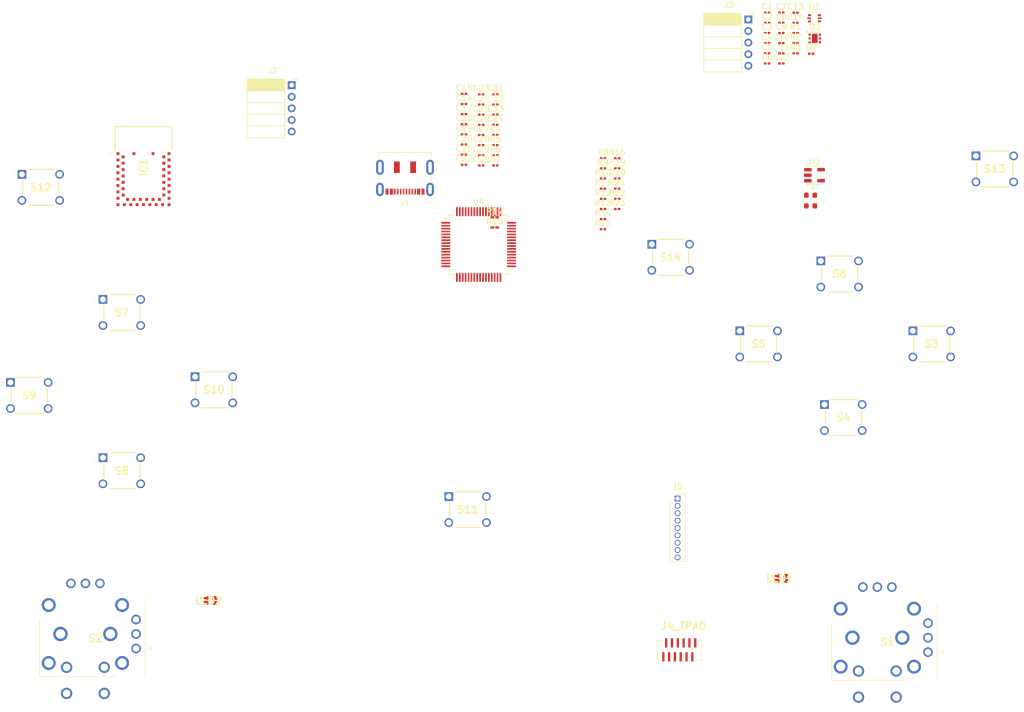
<source format=kicad_pcb>
(kicad_pcb (version 20241229) (generator "pcbnew") (generator_version "9.0")
  (title_block (title "STM32F401RE Gaming Controller") (rev "1") (company "Tenma"))
  (layers (0 "F.Cu" signal) (2 "B.Cu" signal) (13 "F.Paste" user) (15 "B.Paste" user) (5 "F.SilkS" user "F.Silkscreen") (7 "B.SilkS" user "B.Silkscreen") (1 "F.Mask" user) (3 "B.Mask" user) (25 "Edge.Cuts" user))
  (net 0 "")
  (net 1 "GND")
  (net 2 "/5V_VBUS")
  (net 3 "Net-(U3-BYP)")
  (net 4 "+3V3")
  (net 5 "/NRST")
  (net 6 "Net-(U4-VCAP1)")
  (net 7 "/Thumb_R.Y")
  (net 8 "/Thumb_R.X")
  (net 9 "/Thumb_L.Y")
  (net 10 "/Thumb_L.X")
  (net 11 "Net-(C19-Pad1)")
  (net 12 "Net-(C20-Pad1)")
  (net 13 "Net-(C21-Pad1)")
  (net 14 "Net-(C22-Pad1)")
  (net 15 "Net-(C23-Pad1)")
  (net 16 "Net-(C24-Pad1)")
  (net 17 "Net-(C25-Pad1)")
  (net 18 "Net-(C26-Pad1)")
  (net 19 "Net-(C27-Pad1)")
  (net 20 "Net-(C28-Pad1)")
  (net 21 "Net-(C29-Pad1)")
  (net 22 "Net-(J5-Pin_7)")
  (net 23 "Net-(J5-Pin_8)")
  (net 24 "Net-(J5-Pin_6)")
  (net 25 "Net-(D1-A)")
  (net 37 "/BLE_SWD.SWCLK")
  (net 43 "/BLE_SWD.SWDIO")
  (net 53 "/BLE_SWD.NRST")
  (net 61 "Net-(J1-CC2)")
  (net 63 "Net-(J1-D--PadA7)")
  (net 64 "Net-(J1-CC1)")
  (net 65 "Net-(J1-D+-PadA6)")
  (net 67 "/SWD.SWDIO")
  (net 68 "/SWD.SWCLK")
  (net 70 "/TPad.MOSI")
  (net 71 "/TPad.BTN2")
  (net 72 "/TPad.BTN3")
  (net 73 "/TPad.DR")
  (net 74 "/TPad.MISO")
  (net 76 "/TPad.SS")
  (net 77 "/TPad.BTN1")
  (net 78 "/TPad.SCK")
  (net 80 "/LCD.SDA")
  (net 81 "Net-(J5-Pin_1)")
  (net 82 "/LCD.SCL")
  (net 83 "Net-(LED1-K_GREEN)")
  (net 84 "Net-(LED1-K_BLUE)")
  (net 85 "Net-(LED1-K_RED)")
  (net 86 "Net-(LED2-K_RED)")
  (net 87 "Net-(LED2-K_GREEN)")
  (net 88 "Net-(LED2-K_BLUE)")
  (net 89 "/RGB_A.Blue")
  (net 90 "/Thumb_SW_R")
  (net 91 "/Thumb_SW_L")
  (net 92 "/BTN.A")
  (net 93 "/BTN.B")
  (net 94 "/BTN.X")
  (net 95 "/BTN.Y")
  (net 96 "/DPAD.N")
  (net 97 "/DPAD.S")
  (net 98 "/DPAD.W")
  (net 99 "/DPAD.E")
  (net 100 "/BTN.PS")
  (net 101 "/BTN.L1")
  (net 102 "/BTN.R1")
  (net 103 "/RGB_A.Green")
  (net 104 "/RGB_A.Red")
  (net 105 "/RGB_B.Blue")
  (net 106 "/RGB_B.Green")
  (net 107 "/RGB_B.Red")
  (net 144 "/USB.D_N")
  (net 145 "/USB.D_P")
  (net 158 "/OSC")
  (footprint "TactSwitch:DTS63NV" (layer "F.Cu") (at 50.8 50.11)
    (property "Reference" "S12" (at 3.25 2.25 0) (layer "F.SilkS") (effects (font (size 1.27 1.27) (thickness 0.254))))
    (property "Value" "DTS-63N-V" (hide yes))
    (pad "1" thru_hole rect (at 0 0) (size 1.5 1.5) (drill 1) (layers "*.Cu" "*.Mask") (net 4 "+3V3"))
    (pad "2" thru_hole circle (at 6.5 0) (size 1.5 1.5) (drill 1) (layers "*.Cu" "*.Mask"))
    (pad "3" thru_hole circle (at 0 4.5) (size 1.5 1.5) (drill 1) (layers "*.Cu" "*.Mask") (net 101 "/BTN.L1"))
    (pad "4" thru_hole circle (at 6.5 4.5) (size 1.5 1.5) (drill 1) (layers "*.Cu" "*.Mask"))
  )
  (footprint "RGB_LED:INS66TBTRGB" (layer "F.Cu") (at 83.3 123.615)
    (property "Reference" "LED2" (at -0.275 0 0) (layer "F.SilkS") (effects (font (size 1.27 1.27) (thickness 0.254))))
    (property "Value" "IN-S66TBTRGB" (hide yes))
    (pad "1" smd rect (at -0.75 -0.425 90) (size 0.65 0.8) (layers "F.Cu" "F.Mask" "F.Paste") (net 4 "+3V3"))
    (pad "2" smd rect (at 0.75 -0.425 90) (size 0.65 0.8) (layers "F.Cu" "F.Mask" "F.Paste") (net 86 "Net-(LED2-K_RED)"))
    (pad "3" smd rect (at -0.75 0.425 90) (size 0.65 0.8) (layers "F.Cu" "F.Mask" "F.Paste") (net 88 "Net-(LED2-K_BLUE)"))
    (pad "4" smd rect (at 0.75 0.425 90) (size 0.65 0.8) (layers "F.Cu" "F.Mask" "F.Paste") (net 87 "Net-(LED2-K_GREEN)"))
  )
  (footprint "Resistor_SMD:R_0201_0603Metric" (layer "F.Cu") (at 150.975 56.09)
    (property "Reference" "R13" (at 0 -1.05 0) (layer "F.SilkS"))
    (property "Value" "56k")
    (pad "1" smd roundrect (at -0.32 0) (size 0.46 0.4) (layers "F.Cu" "F.Mask") (net 98 "/DPAD.W"))
    (pad "2" smd roundrect (at 0.32 0) (size 0.46 0.4) (layers "F.Cu" "F.Mask") (net 17 "Net-(C25-Pad1)"))
  )
  (footprint "Capacitor_SMD:C_0201_0603Metric" (layer "F.Cu") (at 129.975 38.085)
    (property "Reference" "C24" (at 0 -1.05 0) (layer "F.SilkS"))
    (property "Value" "100n")
    (pad "1" smd roundrect (at -0.32 0) (size 0.46 0.4) (layers "F.Cu" "F.Mask") (net 16 "Net-(C24-Pad1)"))
    (pad "2" smd roundrect (at 0.32 0) (size 0.46 0.4) (layers "F.Cu" "F.Mask") (net 1 "GND"))
  )
  (footprint "TactSwitch:DTS63NV" (layer "F.Cu") (at 159.385 62.175)
    (property "Reference" "S14" (at 3.25 2.25 0) (layer "F.SilkS") (effects (font (size 1.27 1.27) (thickness 0.254))))
    (property "Value" "DTS-63N-V" (hide yes))
    (pad "1" thru_hole rect (at 0 0) (size 1.5 1.5) (drill 1) (layers "*.Cu" "*.Mask") (net 5 "/NRST"))
    (pad "2" thru_hole circle (at 6.5 0) (size 1.5 1.5) (drill 1) (layers "*.Cu" "*.Mask"))
    (pad "3" thru_hole circle (at 0 4.5) (size 1.5 1.5) (drill 1) (layers "*.Cu" "*.Mask") (net 1 "GND"))
    (pad "4" thru_hole circle (at 6.5 4.5) (size 1.5 1.5) (drill 1) (layers "*.Cu" "*.Mask"))
  )
  (footprint "Connector_PinSocket_2.00mm:PinSocket_1x05_P2.00mm_Horizontal" (layer "F.Cu") (at 176.025 23.39)
    (property "Reference" "J3" (at -3.31 -2.5 0) (layer "F.SilkS"))
    (property "Value" "Conn_01x05_Socket")
    (pad "1" thru_hole rect (at 0 0) (size 1.35 1.35) (drill 0.8) (layers "*.Cu" "*.Mask") (net 4 "+3V3"))
    (pad "2" thru_hole circle (at 0 2) (size 1.35 1.35) (drill 0.8) (layers "*.Cu" "*.Mask") (net 53 "/BLE_SWD.NRST"))
    (pad "3" thru_hole circle (at 0 4) (size 1.35 1.35) (drill 0.8) (layers "*.Cu" "*.Mask") (net 43 "/BLE_SWD.SWDIO"))
    (pad "4" thru_hole circle (at 0 6) (size 1.35 1.35) (drill 0.8) (layers "*.Cu" "*.Mask") (net 37 "/BLE_SWD.SWCLK"))
    (pad "5" thru_hole circle (at 0 8) (size 1.35 1.35) (drill 0.8) (layers "*.Cu" "*.Mask") (net 1 "GND"))
  )
  (footprint "Package_SON:WSON-6-1EP_2x2mm_P0.65mm_EP1x1.6mm" (layer "F.Cu") (at 187.48 26.665)
    (property "Reference" "U2" (at 0 -1.95 0) (layer "F.SilkS"))
    (property "Value" "TVS0500DRV")
    (pad "1" smd roundrect (at -0.8875 -0.65) (size 0.375 0.4) (layers "F.Cu" "F.Mask" "F.Paste") (net 1 "GND"))
    (pad "2" smd roundrect (at -0.8875 0) (size 0.375 0.4) (layers "F.Cu" "F.Mask" "F.Paste") (net 1 "GND"))
    (pad "3" smd roundrect (at -0.8875 0.65) (size 0.375 0.4) (layers "F.Cu" "F.Mask" "F.Paste") (net 1 "GND"))
    (pad "4" smd roundrect (at 0.8875 0.65) (size 0.375 0.4) (layers "F.Cu" "F.Mask" "F.Paste") (net 2 "/5V_VBUS"))
    (pad "5" smd roundrect (at 0.8875 0) (size 0.375 0.4) (layers "F.Cu" "F.Mask" "F.Paste") (net 2 "/5V_VBUS"))
    (pad "6" smd roundrect (at 0.8875 -0.65) (size 0.375 0.4) (layers "F.Cu" "F.Mask" "F.Paste") (net 2 "/5V_VBUS"))
    (pad "7" smd rect (at 0 0) (size 1 1.6) (property pad_prop_heatsink) (layers "F.Cu" "F.Mask") (net 1 "GND"))
  )
  (footprint "Capacitor_SMD:C_0201_0603Metric" (layer "F.Cu") (at 184.175 22.24)
    (property "Reference" "C13" (at 0 -1.05 0) (layer "F.SilkS"))
    (property "Value" "1uC")
    (pad "1" smd roundrect (at -0.32 0) (size 0.46 0.4) (layers "F.Cu" "F.Mask") (net 6 "Net-(U4-VCAP1)"))
    (pad "2" smd roundrect (at 0.32 0) (size 0.46 0.4) (layers "F.Cu" "F.Mask") (net 1 "GND"))
  )
  (footprint "TactSwitch:DTS63NV" (layer "F.Cu") (at 64.77 71.7)
    (property "Reference" "S7" (at 3.25 2.25 0) (layer "F.SilkS") (effects (font (size 1.27 1.27) (thickness 0.254))))
    (property "Value" "DTS-63N-V" (hide yes))
    (pad "1" thru_hole rect (at 0 0) (size 1.5 1.5) (drill 1) (layers "*.Cu" "*.Mask") (net 4 "+3V3"))
    (pad "2" thru_hole circle (at 6.5 0) (size 1.5 1.5) (drill 1) (layers "*.Cu" "*.Mask"))
    (pad "3" thru_hole circle (at 0 4.5) (size 1.5 1.5) (drill 1) (layers "*.Cu" "*.Mask") (net 96 "/DPAD.N"))
    (pad "4" thru_hole circle (at 6.5 4.5) (size 1.5 1.5) (drill 1) (layers "*.Cu" "*.Mask"))
  )
  (footprint "Capacitor_SMD:C_0201_0603Metric" (layer "F.Cu") (at 127.015 37.975)
    (property "Reference" "C16" (at 0 -1.05 0) (layer "F.SilkS"))
    (property "Value" "100n")
    (pad "1" smd roundrect (at -0.32 0) (size 0.46 0.4) (layers "F.Cu" "F.Mask") (net 8 "/Thumb_R.X"))
    (pad "2" smd roundrect (at 0.32 0) (size 0.46 0.4) (layers "F.Cu" "F.Mask") (net 1 "GND"))
  )
  (footprint "Resistor_SMD:R_0201_0603Metric_Pad0.64x0.40mm_HandSolder" (layer "F.Cu") (at 132.305 57.535)
    (property "Reference" "R17" (at 0 -1.05 0) (layer "F.SilkS"))
    (property "Value" "56k")
    (pad "1" smd roundrect (at -0.4075 0) (size 0.635 0.4) (layers "F.Cu" "F.Mask") (net 102 "/BTN.R1"))
    (pad "2" smd roundrect (at 0.4075 0) (size 0.635 0.4) (layers "F.Cu" "F.Mask") (net 21 "Net-(C29-Pad1)"))
  )
  (footprint "Capacitor_SMD:C_0201_0603Metric" (layer "F.Cu") (at 127.015 41.475)
    (property "Reference" "C18" (at 0 -1.05 0) (layer "F.SilkS"))
    (property "Value" "100n")
    (pad "1" smd roundrect (at -0.32 0) (size 0.46 0.4) (layers "F.Cu" "F.Mask") (net 10 "/Thumb_L.X"))
    (pad "2" smd roundrect (at 0.32 0) (size 0.46 0.4) (layers "F.Cu" "F.Mask") (net 1 "GND"))
  )
  (footprint "Capacitor_SMD:C_0201_0603Metric" (layer "F.Cu") (at 127.015 44.975)
    (property "Reference" "C20" (at 0 -1.05 0) (layer "F.SilkS"))
    (property "Value" "100n")
    (pad "1" smd roundrect (at -0.32 0) (size 0.46 0.4) (layers "F.Cu" "F.Mask") (net 12 "Net-(C20-Pad1)"))
    (pad "2" smd roundrect (at 0.32 0) (size 0.46 0.4) (layers "F.Cu" "F.Mask") (net 1 "GND"))
  )
  (footprint "Connector_PinSocket_2.00mm:PinSocket_1x05_P2.00mm_Horizontal" (layer "F.Cu") (at 97.305 34.735)
    (property "Reference" "J2" (at -3.31 -2.5 0) (layer "F.SilkS"))
    (property "Value" "Conn_01x05_Socket")
    (pad "1" thru_hole rect (at 0 0) (size 1.35 1.35) (drill 0.8) (layers "*.Cu" "*.Mask") (net 4 "+3V3"))
    (pad "2" thru_hole circle (at 0 2) (size 1.35 1.35) (drill 0.8) (layers "*.Cu" "*.Mask") (net 5 "/NRST"))
    (pad "3" thru_hole circle (at 0 4) (size 1.35 1.35) (drill 0.8) (layers "*.Cu" "*.Mask") (net 67 "/SWD.SWDIO"))
    (pad "4" thru_hole circle (at 0 6) (size 1.35 1.35) (drill 0.8) (layers "*.Cu" "*.Mask") (net 68 "/SWD.SWCLK"))
    (pad "5" thru_hole circle (at 0 8) (size 1.35 1.35) (drill 0.8) (layers "*.Cu" "*.Mask") (net 1 "GND"))
  )
  (footprint "Resistor_SMD:R_0201_0603Metric" (layer "F.Cu") (at 150.975 49.09)
    (property "Reference" "R9" (at 0 -1.05 0) (layer "F.SilkS"))
    (property "Value" "56k")
    (pad "1" smd roundrect (at -0.32 0) (size 0.46 0.4) (layers "F.Cu" "F.Mask") (net 94 "/BTN.X"))
    (pad "2" smd roundrect (at 0.32 0) (size 0.46 0.4) (layers "F.Cu" "F.Mask") (net 13 "Net-(C21-Pad1)"))
  )
  (footprint "Resistor_SMD:R_0201_0603Metric" (layer "F.Cu") (at 150.975 59.59)
    (property "Reference" "R15" (at 0 -1.05 0) (layer "F.SilkS"))
    (property "Value" "56k")
    (pad "1" smd roundrect (at -0.32 0) (size 0.46 0.4) (layers "F.Cu" "F.Mask") (net 100 "/BTN.PS"))
    (pad "2" smd roundrect (at 0.32 0) (size 0.46 0.4) (layers "F.Cu" "F.Mask") (net 19 "Net-(C27-Pad1)"))
  )
  (footprint "Connector_PinSocket_1.27mm:PinSocket_1x09_P1.27mm_Vertical" (layer "F.Cu") (at 163.83 106.045)
    (property "Reference" "J5" (at 0 -2.135 0) (layer "F.SilkS"))
    (property "Value" "Conn_01x09_Socket_LCD")
    (pad "1" thru_hole rect (at 0 0) (size 1 1) (drill 0.7) (layers "*.Cu" "*.Mask") (net 81 "Net-(J5-Pin_1)"))
    (pad "2" thru_hole circle (at 0 1.27) (size 1 1) (drill 0.7) (layers "*.Cu" "*.Mask") (net 82 "/LCD.SCL"))
    (pad "3" thru_hole circle (at 0 2.54) (size 1 1) (drill 0.7) (layers "*.Cu" "*.Mask") (net 80 "/LCD.SDA"))
    (pad "4" thru_hole circle (at 0 3.81) (size 1 1) (drill 0.7) (layers "*.Cu" "*.Mask") (net 1 "GND"))
    (pad "5" thru_hole circle (at 0 5.08) (size 1 1) (drill 0.7) (layers "*.Cu" "*.Mask") (net 4 "+3V3"))
    (pad "6" thru_hole circle (at 0 6.35) (size 1 1) (drill 0.7) (layers "*.Cu" "*.Mask") (net 24 "Net-(J5-Pin_6)"))
    (pad "7" thru_hole circle (at 0 7.62) (size 1 1) (drill 0.7) (layers "*.Cu" "*.Mask") (net 22 "Net-(J5-Pin_7)"))
    (pad "8" thru_hole circle (at 0 8.89) (size 1 1) (drill 0.7) (layers "*.Cu" "*.Mask") (net 23 "Net-(J5-Pin_8)"))
    (pad "9" thru_hole circle (at 0 10.16) (size 1 1) (drill 0.7) (layers "*.Cu" "*.Mask"))
  )
  (footprint "Capacitor_SMD:C_0201_0603Metric" (layer "F.Cu") (at 129.975 36.335)
    (property "Reference" "C23" (at 0 -1.05 0) (layer "F.SilkS"))
    (property "Value" "100n")
    (pad "1" smd roundrect (at -0.32 0) (size 0.46 0.4) (layers "F.Cu" "F.Mask") (net 15 "Net-(C23-Pad1)"))
    (pad "2" smd roundrect (at 0.32 0) (size 0.46 0.4) (layers "F.Cu" "F.Mask") (net 1 "GND"))
  )
  (footprint "Capacitor_SMD:C_0201_0603Metric" (layer "F.Cu") (at 129.975 43.335)
    (property "Reference" "C27" (at 0 -1.05 0) (layer "F.SilkS"))
    (property "Value" "100n")
    (pad "1" smd roundrect (at -0.32 0) (size 0.46 0.4) (layers "F.Cu" "F.Mask") (net 19 "Net-(C27-Pad1)"))
    (pad "2" smd roundrect (at 0.32 0) (size 0.46 0.4) (layers "F.Cu" "F.Mask") (net 1 "GND"))
  )
  (footprint "Connector_USB:USB_C_Receptacle_JAE_DX07S016JA1R1500" (layer "F.Cu") (at 116.84 50.05 180)
    (property "Reference" "J1" (at 0 -5 0) (layer "F.SilkS"))
    (property "Value" "USB_C_Receptacle_USB2.0_16P")
    (pad "" np_thru_hole circle (at -3 -1.95 180) (size 0.6 0.6) (drill 0.6) (layers "*.Cu" "*.Mask"))
    (pad "" smd rect (at -1.4 1.15 180) (size 1 2) (layers "F.Cu" "F.Mask" "F.Paste"))
    (pad "" smd rect (at 1.4 1.15 180) (size 1 2) (layers "F.Cu" "F.Mask" "F.Paste"))
    (pad "" np_thru_hole oval (at 3 -1.95 180) (size 0.85 0.6) (drill oval 0.85 0.6) (layers "*.Cu" "*.Mask"))
    (pad "A1" smd rect (at -3.1 -3.05 180) (size 0.52 1) (layers "F.Cu" "F.Mask" "F.Paste") (net 1 "GND"))
    (pad "A4" smd rect (at -2.35 -3.05 180) (size 0.52 1) (layers "F.Cu" "F.Mask" "F.Paste") (net 2 "/5V_VBUS"))
    (pad "A5" smd rect (at -1.75 -3.05 180) (size 0.27 1) (layers "F.Cu" "F.Mask" "F.Paste") (net 64 "Net-(J1-CC1)"))
    (pad "A6" smd rect (at -0.25 -3.05 180) (size 0.27 1) (layers "F.Cu" "F.Mask" "F.Paste") (net 65 "Net-(J1-D+-PadA6)"))
    (pad "A7" smd rect (at 0.75 -3.05 180) (size 0.27 1) (layers "F.Cu" "F.Mask" "F.Paste") (net 63 "Net-(J1-D--PadA7)"))
    (pad "A8" smd rect (at 1.75 -3.05 180) (size 0.27 1) (layers "F.Cu" "F.Mask" "F.Paste"))
    (pad "A9" smd rect (at 2.35 -3.05 180) (size 0.52 1) (layers "F.Cu" "F.Mask" "F.Paste") (net 2 "/5V_VBUS"))
    (pad "A12" smd rect (at 3.1 -3.05 180) (size 0.52 1) (layers "F.Cu" "F.Mask" "F.Paste") (net 1 "GND"))
    (pad "B1" smd rect (at 3.1 -3.05 180) (size 0.52 1) (layers "F.Cu" "F.Mask" "F.Paste") (net 1 "GND"))
    (pad "B4" smd rect (at 2.35 -3.05 180) (size 0.52 1) (layers "F.Cu" "F.Mask" "F.Paste") (net 2 "/5V_VBUS"))
    (pad "B5" smd rect (at 1.25 -3.05 180) (size 0.27 1) (layers "F.Cu" "F.Mask" "F.Paste") (net 61 "Net-(J1-CC2)"))
    (pad "B6" smd rect (at 0.25 -3.05 180) (size 0.27 1) (layers "F.Cu" "F.Mask" "F.Paste") (net 65 "Net-(J1-D+-PadA6)"))
    (pad "B7" smd rect (at -0.75 -3.05 180) (size 0.27 1) (layers "F.Cu" "F.Mask" "F.Paste") (net 63 "Net-(J1-D--PadA7)"))
    (pad "B8" smd rect (at -1.25 -3.05 180) (size 0.27 1) (layers "F.Cu" "F.Mask" "F.Paste"))
    (pad "B9" smd rect (at -2.35 -3.05 180) (size 0.52 1) (layers "F.Cu" "F.Mask" "F.Paste") (net 2 "/5V_VBUS"))
    (pad "B12" smd rect (at -3.1 -3.05 180) (size 0.52 1) (layers "F.Cu" "F.Mask" "F.Paste") (net 1 "GND"))
    (pad "S1" thru_hole oval (at -4.32 -2.675 180) (size 1.3 2.3) (drill oval 0.6 1.6) (property pad_prop_heatsink) (layers "*.Cu" "*.Mask") (net 1 "GND"))
    (pad "S1" thru_hole oval (at -4.32 1.15 180) (size 1.3 2.6) (drill oval 0.6 1.9) (property pad_prop_heatsink) (layers "*.Cu" "*.Mask") (net 1 "GND"))
    (pad "S1" thru_hole oval (at 4.32 -2.675 180) (size 1.3 2.3) (drill oval 0.6 1.6) (property pad_prop_heatsink) (layers "*.Cu" "*.Mask") (net 1 "GND"))
    (pad "S1" thru_hole oval (at 4.32 1.15 180) (size 1.3 2.6) (drill oval 0.6 1.9) (property pad_prop_heatsink) (layers "*.Cu" "*.Mask") (net 1 "GND"))
  )
  (footprint "Resistor_SMD:R_0201_0603Metric" (layer "F.Cu") (at 153.425 52.59)
    (property "Reference" "R21" (at 0 -1.05 0) (layer "F.SilkS"))
    (property "Value" "330")
    (pad "1" smd roundrect (at -0.32 0) (size 0.46 0.4) (layers "F.Cu" "F.Mask") (net 88 "Net-(LED2-K_BLUE)"))
    (pad "2" smd roundrect (at 0.32 0) (size 0.46 0.4) (layers "F.Cu" "F.Mask") (net 105 "/RGB_B.Blue"))
  )
  (footprint "TactSwitch:DTS63NV" (layer "F.Cu") (at 189.155 89.825)
    (property "Reference" "S4" (at 3.25 2.25 0) (layer "F.SilkS") (effects (font (size 1.27 1.27) (thickness 0.254))))
    (property "Value" "DTS-63N-V" (hide yes))
    (pad "1" thru_hole rect (at 0 0) (size 1.5 1.5) (drill 1) (layers "*.Cu" "*.Mask") (net 4 "+3V3"))
    (pad "2" thru_hole circle (at 6.5 0) (size 1.5 1.5) (drill 1) (layers "*.Cu" "*.Mask"))
    (pad "3" thru_hole circle (at 0 4.5) (size 1.5 1.5) (drill 1) (layers "*.Cu" "*.Mask") (net 93 "/BTN.B"))
    (pad "4" thru_hole circle (at 6.5 4.5) (size 1.5 1.5) (drill 1) (layers "*.Cu" "*.Mask"))
  )
  (footprint "Capacitor_SMD:C_0201_0603Metric" (layer "F.Cu") (at 129.975 39.835)
    (property "Reference" "C25" (at 0 -1.05 0) (layer "F.SilkS"))
    (property "Value" "100n")
    (pad "1" smd roundrect (at -0.32 0) (size 0.46 0.4) (layers "F.Cu" "F.Mask") (net 17 "Net-(C25-Pad1)"))
    (pad "2" smd roundrect (at 0.32 0) (size 0.46 0.4) (layers "F.Cu" "F.Mask") (net 1 "GND"))
  )
  (footprint "RGB_LED:INS66TBTRGB" (layer "F.Cu") (at 181.725 119.805)
    (property "Reference" "LED1" (at -0.275 0 0) (layer "F.SilkS") (effects (font (size 1.27 1.27) (thickness 0.254))))
    (property "Value" "IN-S66TBTRGB" (hide yes))
    (pad "1" smd rect (at -0.75 -0.425 90) (size 0.65 0.8) (layers "F.Cu" "F.Mask" "F.Paste") (net 4 "+3V3"))
    (pad "2" smd rect (at 0.75 -0.425 90) (size 0.65 0.8) (layers "F.Cu" "F.Mask" "F.Paste") (net 85 "Net-(LED1-K_RED)"))
    (pad "3" smd rect (at -0.75 0.425 90) (size 0.65 0.8) (layers "F.Cu" "F.Mask" "F.Paste") (net 84 "Net-(LED1-K_BLUE)"))
    (pad "4" smd rect (at 0.75 0.425 90) (size 0.65 0.8) (layers "F.Cu" "F.Mask" "F.Paste") (net 83 "Net-(LED1-K_GREEN)"))
  )
  (footprint "Capacitor_SMD:C_0201_0603Metric" (layer "F.Cu") (at 129.975 41.585)
    (property "Reference" "C26" (at 0 -1.05 0) (layer "F.SilkS"))
    (property "Value" "100n")
    (pad "1" smd roundrect (at -0.32 0) (size 0.46 0.4) (layers "F.Cu" "F.Mask") (net 18 "Net-(C26-Pad1)"))
    (pad "2" smd roundrect (at 0.32 0) (size 0.46 0.4) (layers "F.Cu" "F.Mask") (net 1 "GND"))
  )
  (footprint "Capacitor_SMD:C_0201_0603Metric" (layer "F.Cu") (at 132.425 36.335)
    (property "Reference" "C31" (at 0 -1.05 0) (layer "F.SilkS"))
    (property "Value" "1u")
    (pad "1" smd roundrect (at -0.32 0) (size 0.46 0.4) (layers "F.Cu" "F.Mask") (net 22 "Net-(J5-Pin_7)"))
    (pad "2" smd roundrect (at 0.32 0) (size 0.46 0.4) (layers "F.Cu" "F.Mask") (net 23 "Net-(J5-Pin_8)"))
  )
  (footprint "Capacitor_SMD:C_0201_0603Metric" (layer "F.Cu") (at 129.975 45.085)
    (property "Reference" "C28" (at 0 -1.05 0) (layer "F.SilkS"))
    (property "Value" "100n")
    (pad "1" smd roundrect (at -0.32 0) (size 0.46 0.4) (layers "F.Cu" "F.Mask") (net 20 "Net-(C28-Pad1)"))
    (pad "2" smd roundrect (at 0.32 0) (size 0.46 0.4) (layers "F.Cu" "F.Mask") (net 1 "GND"))
  )
  (footprint "Capacitor_SMD:C_0201_0603Metric" (layer "F.Cu") (at 179.275 30.99)
    (property "Reference" "C6" (at 0 -1.05 0) (layer "F.SilkS"))
    (property "Value" "100nF")
    (pad "1" smd roundrect (at -0.32 0) (size 0.46 0.4) (layers "F.Cu" "F.Mask") (net 4 "+3V3"))
    (pad "2" smd roundrect (at 0.32 0) (size 0.46 0.4) (layers "F.Cu" "F.Mask") (net 1 "GND"))
  )
  (footprint "Capacitor_SMD:C_0201_0603Metric" (layer "F.Cu") (at 179.275 22.24)
    (property "Reference" "C1" (at 0 -1.05 0) (layer "F.SilkS"))
    (property "Value" "1u_X5R_0603")
    (pad "1" smd roundrect (at -0.32 0) (size 0.46 0.4) (layers "F.Cu" "F.Mask") (net 2 "/5V_VBUS"))
    (pad "2" smd roundrect (at 0.32 0) (size 0.46 0.4) (layers "F.Cu" "F.Mask") (net 1 "GND"))
  )
  (footprint "Resistor_SMD:R_0201_0603Metric" (layer "F.Cu") (at 132.425 43.335)
    (property "Reference" "R4" (at 0 -1.05 0) (layer "F.SilkS"))
    (property "Value" "330")
    (pad "1" smd roundrect (at -0.32 0) (size 0.46 0.4) (layers "F.Cu" "F.Mask") (net 84 "Net-(LED1-K_BLUE)"))
    (pad "2" smd roundrect (at 0.32 0) (size 0.46 0.4) (layers "F.Cu" "F.Mask") (net 89 "/RGB_A.Blue"))
  )
  (footprint "TactSwitch:DTS63NV" (layer "F.Cu") (at 188.52 65.06)
    (property "Reference" "S6" (at 3.25 2.25 0) (layer "F.SilkS") (effects (font (size 1.27 1.27) (thickness 0.254))))
    (property "Value" "DTS-63N-V" (hide yes))
    (pad "1" thru_hole rect (at 0 0) (size 1.5 1.5) (drill 1) (layers "*.Cu" "*.Mask") (net 4 "+3V3"))
    (pad "2" thru_hole circle (at 6.5 0) (size 1.5 1.5) (drill 1) (layers "*.Cu" "*.Mask"))
    (pad "3" thru_hole circle (at 0 4.5) (size 1.5 1.5) (drill 1) (layers "*.Cu" "*.Mask") (net 95 "/BTN.Y"))
    (pad "4" thru_hole circle (at 6.5 4.5) (size 1.5 1.5) (drill 1) (layers "*.Cu" "*.Mask"))
  )
  (footprint "Resistor_SMD:R_0201_0603Metric" (layer "F.Cu") (at 150.975 57.84)
    (property "Reference" "R14" (at 0 -1.05 0) (layer "F.SilkS"))
    (property "Value" "56k")
    (pad "1" smd roundrect (at -0.32 0) (size 0.46 0.4) (layers "F.Cu" "F.Mask") (net 99 "/DPAD.E"))
    (pad "2" smd roundrect (at 0.32 0) (size 0.46 0.4) (layers "F.Cu" "F.Mask") (net 18 "Net-(C26-Pad1)"))
  )
  (footprint "Capacitor_SMD:C_0201_0603Metric" (layer "F.Cu") (at 181.725 27.49)
    (property "Reference" "C10" (at 0 -1.05 0) (layer "F.SilkS"))
    (property "Value" "100nF")
    (pad "1" smd roundrect (at -0.32 0) (size 0.46 0.4) (layers "F.Cu" "F.Mask") (net 4 "+3V3"))
    (pad "2" smd roundrect (at 0.32 0) (size 0.46 0.4) (layers "F.Cu" "F.Mask") (net 1 "GND"))
  )
  (footprint "TactSwitch:DTS63NV" (layer "F.Cu") (at 204.395 77.125)
    (property "Reference" "S3" (at 3.25 2.25 0) (layer "F.SilkS") (effects (font (size 1.27 1.27) (thickness 0.254))))
    (property "Value" "DTS-63N-V" (hide yes))
    (pad "1" thru_hole rect (at 0 0) (size 1.5 1.5) (drill 1) (layers "*.Cu" "*.Mask") (net 4 "+3V3"))
    (pad "2" thru_hole circle (at 6.5 0) (size 1.5 1.5) (drill 1) (layers "*.Cu" "*.Mask"))
    (pad "3" thru_hole circle (at 0 4.5) (size 1.5 1.5) (drill 1) (layers "*.Cu" "*.Mask") (net 92 "/BTN.A"))
    (pad "4" thru_hole circle (at 6.5 4.5) (size 1.5 1.5) (drill 1) (layers "*.Cu" "*.Mask"))
  )
  (footprint "Resistor_SMD:R_0201_0603Metric_Pad0.64x0.40mm_HandSolder" (layer "F.Cu") (at 132.305 59.285)
    (property "Reference" "R18" (at 0 -1.05 0) (layer "F.SilkS"))
    (property "Value" "10k")
    (pad "1" smd roundrect (at -0.4075 0) (size 0.635 0.4) (layers "F.Cu" "F.Mask") (net 4 "+3V3"))
    (pad "2" smd roundrect (at 0.4075 0) (size 0.635 0.4) (layers "F.Cu" "F.Mask") (net 81 "Net-(J5-Pin_1)"))
  )
  (footprint "Thumbstick_RKJXV122400R:RKJXV122400R" (layer "F.Cu") (at 70.4775 131.915)
    (property "Reference" "S2" (at -6.978 -1.74 0) (layer "F.SilkS") (effects (font (size 1.27 1.27) (thickness 0.254))))
    (property "Value" "RKJXV122400R_R" (hide yes))
    (pad "A1" thru_hole circle (at -11.98 3.25) (size 1.95 1.95) (drill 1.3) (layers "*.Cu" "*.Mask") (net 91 "/Thumb_SW_L"))
    (pad "A11" thru_hole circle (at 0 0) (size 1.65 1.65) (drill 1.1) (layers "*.Cu" "*.Mask") (net 1 "GND"))
    (pad "A12" thru_hole circle (at 0 -2.5) (size 1.65 1.65) (drill 1.1) (layers "*.Cu" "*.Mask") (net 9 "/Thumb_L.Y"))
    (pad "A13" thru_hole circle (at 0 -5) (size 1.65 1.65) (drill 1.1) (layers "*.Cu" "*.Mask") (net 4 "+3V3"))
    (pad "B1" thru_hole circle (at -11.98 7.75) (size 1.95 1.95) (drill 1.3) (layers "*.Cu" "*.Mask") (net 1 "GND"))
    (pad "B11" thru_hole circle (at -6.23 -11.23) (size 1.65 1.65) (drill 1.1) (layers "*.Cu" "*.Mask") (net 4 "+3V3"))
    (pad "B12" thru_hole circle (at -8.73 -11.23) (size 1.65 1.65) (drill 1.1) (layers "*.Cu" "*.Mask") (net 10 "/Thumb_L.X"))
    (pad "B13" thru_hole circle (at -11.23 -11.23) (size 1.65 1.65) (drill 1.1) (layers "*.Cu" "*.Mask") (net 1 "GND"))
    (pad "C1" thru_hole circle (at -5.48 3.25) (size 1.95 1.95) (drill 1.3) (layers "*.Cu" "*.Mask") (net 91 "/Thumb_SW_L"))
    (pad "D1" thru_hole circle (at -5.48 7.75) (size 1.95 1.95) (drill 1.3) (layers "*.Cu" "*.Mask") (net 1 "GND"))
    (pad "MH1" thru_hole circle (at -15.055 2.5) (size 2.4 2.4) (drill 1.6) (layers "*.Cu" "*.Mask"))
    (pad "MH2" thru_hole circle (at -15.055 -7.5) (size 2.4 2.4) (drill 1.6) (layers "*.Cu" "*.Mask"))
    (pad "MH3" thru_hole circle (at -2.405 2.5) (size 2.4 2.4) (drill 1.6) (layers "*.Cu" "*.Mask"))
    (pad "MH4" thru_hole circle (at -2.405 -7.5) (size 2.4 2.4) (drill 1.6) (layers "*.Cu" "*.Mask"))
    (pad "MH5" thru_hole circle (at -13.03 -2.5) (size 2.475 2.475) (drill 1.65) (layers "*.Cu" "*.Mask"))
    (pad "MH6" thru_hole circle (at -4.43 -2.5) (size 2.475 2.475) (drill 1.65) (layers "*.Cu" "*.Mask"))
  )
  (footprint "Capacitor_SMD:C_0201_0603Metric" (layer "F.Cu") (at 181.725 25.74)
    (property "Reference" "C9" (at 0 -1.05 0) (layer "F.SilkS"))
    (property "Value" "1uF")
    (pad "1" smd roundrect (at -0.32 0) (size 0.46 0.4) (layers "F.Cu" "F.Mask") (net 4 "+3V3"))
    (pad "2" smd roundrect (at 0.32 0) (size 0.46 0.4) (layers "F.Cu" "F.Mask") (net 1 "GND"))
  )
  (footprint "Capacitor_SMD:C_0201_0603Metric" (layer "F.Cu") (at 127.015 36.225)
    (property "Reference" "C15" (at 0 -1.05 0) (layer "F.SilkS"))
    (property "Value" "100n")
    (pad "1" smd roundrect (at -0.32 0) (size 0.46 0.4) (layers "F.Cu" "F.Mask") (net 7 "/Thumb_R.Y"))
    (pad "2" smd roundrect (at 0.32 0) (size 0.46 0.4) (layers "F.Cu" "F.Mask") (net 1 "GND"))
  )
  (footprint "Resistor_SMD:R_0201_0603Metric" (layer "F.Cu") (at 153.425 47.34)
    (property "Reference" "R16" (at 0 -1.05 0) (layer "F.SilkS"))
    (property "Value" "56k")
    (pad "1" smd roundrect (at -0.32 0) (size 0.46 0.4) (layers "F.Cu" "F.Mask") (net 101 "/BTN.L1"))
    (pad "2" smd roundrect (at 0.32 0) (size 0.46 0.4) (layers "F.Cu" "F.Mask") (net 20 "Net-(C28-Pad1)"))
  )
  (footprint "Package_QFP:LQFP-64_10x10mm_P0.5mm" (layer "F.Cu") (at 129.54 62.23)
    (property "Reference" "U4" (at 0 -7.4 0) (layer "F.SilkS"))
    (property "Value" "STM32F401RETx")
    (pad "1" smd roundrect (at -5.675 -3.75) (size 1.55 0.3) (layers "F.Cu" "F.Mask" "F.Paste") (net 1 "GND"))
    (pad "2" smd roundrect (at -5.675 -3.25) (size 1.55 0.3) (layers "F.Cu" "F.Mask" "F.Paste") (net 97 "/DPAD.S"))
    (pad "3" smd roundrect (at -5.675 -2.75) (size 1.55 0.3) (layers "F.Cu" "F.Mask" "F.Paste") (net 98 "/DPAD.W"))
    (pad "4" smd roundrect (at -5.675 -2.25) (size 1.55 0.3) (layers "F.Cu" "F.Mask" "F.Paste") (net 99 "/DPAD.E"))
    (pad "5" smd roundrect (at -5.675 -1.75) (size 1.55 0.3) (layers "F.Cu" "F.Mask" "F.Paste") (net 158 "/OSC"))
    (pad "6" smd roundrect (at -5.675 -1.25) (size 1.55 0.3) (layers "F.Cu" "F.Mask" "F.Paste"))
    (pad "7" smd roundrect (at -5.675 -0.75) (size 1.55 0.3) (layers "F.Cu" "F.Mask" "F.Paste") (net 5 "/NRST"))
    (pad "8" smd roundrect (at -5.675 -0.25) (size 1.55 0.3) (layers "F.Cu" "F.Mask" "F.Paste"))
    (pad "9" smd roundrect (at -5.675 0.25) (size 1.55 0.3) (layers "F.Cu" "F.Mask" "F.Paste") (net 8 "/Thumb_R.X"))
    (pad "10" smd roundrect (at -5.675 0.75) (size 1.55 0.3) (layers "F.Cu" "F.Mask" "F.Paste") (net 7 "/Thumb_R.Y"))
    (pad "11" smd roundrect (at -5.675 1.25) (size 1.55 0.3) (layers "F.Cu" "F.Mask" "F.Paste") (net 10 "/Thumb_L.X"))
    (pad "12" smd roundrect (at -5.675 1.75) (size 1.55 0.3) (layers "F.Cu" "F.Mask" "F.Paste") (net 1 "GND"))
    (pad "13" smd roundrect (at -5.675 2.25) (size 1.55 0.3) (layers "F.Cu" "F.Mask" "F.Paste") (net 4 "+3V3"))
    (pad "14" smd roundrect (at -5.675 2.75) (size 1.55 0.3) (layers "F.Cu" "F.Mask" "F.Paste") (net 89 "/RGB_A.Blue"))
    (pad "15" smd roundrect (at -5.675 3.25) (size 1.55 0.3) (layers "F.Cu" "F.Mask" "F.Paste") (net 103 "/RGB_A.Green"))
    (pad "16" smd roundrect (at -5.675 3.75) (size 1.55 0.3) (layers "F.Cu" "F.Mask" "F.Paste") (net 104 "/RGB_A.Red"))
    (pad "17" smd roundrect (at -3.75 5.675) (size 0.3 1.55) (layers "F.Cu" "F.Mask" "F.Paste") (net 105 "/RGB_B.Blue"))
    (pad "18" smd roundrect (at -3.25 5.675) (size 0.3 1.55) (layers "F.Cu" "F.Mask" "F.Paste") (net 1 "GND"))
    (pad "19" smd roundrect (at -2.75 5.675) (size 0.3 1.55) (layers "F.Cu" "F.Mask" "F.Paste") (net 4 "+3V3"))
    (pad "20" smd roundrect (at -2.25 5.675) (size 0.3 1.55) (layers "F.Cu" "F.Mask" "F.Paste") (net 106 "/RGB_B.Green"))
    (pad "21" smd roundrect (at -1.75 5.675) (size 0.3 1.55) (layers "F.Cu" "F.Mask" "F.Paste") (net 107 "/RGB_B.Red"))
    (pad "22" smd roundrect (at -1.25 5.675) (size 0.3 1.55) (layers "F.Cu" "F.Mask" "F.Paste"))
    (pad "23" smd roundrect (at -0.75 5.675) (size 0.3 1.55) (layers "F.Cu" "F.Mask" "F.Paste"))
    (pad "24" smd roundrect (at -0.25 5.675) (size 0.3 1.55) (layers "F.Cu" "F.Mask" "F.Paste") (net 9 "/Thumb_L.Y"))
    (pad "25" smd roundrect (at 0.25 5.675) (size 0.3 1.55) (layers "F.Cu" "F.Mask" "F.Paste") (net 100 "/BTN.PS"))
    (pad "26" smd roundrect (at 0.75 5.675) (size 0.3 1.55) (layers "F.Cu" "F.Mask" "F.Paste") (net 73 "/TPad.DR"))
    (pad "27" smd roundrect (at 1.25 5.675) (size 0.3 1.55) (layers "F.Cu" "F.Mask" "F.Paste"))
    (pad "28" smd roundrect (at 1.75 5.675) (size 0.3 1.55) (layers "F.Cu" "F.Mask" "F.Paste"))
    (pad "29" smd roundrect (at 2.25 5.675) (size 0.3 1.55) (layers "F.Cu" "F.Mask" "F.Paste"))
    (pad "30" smd roundrect (at 2.75 5.675) (size 0.3 1.55) (layers "F.Cu" "F.Mask" "F.Paste") (net 6 "Net-(U4-VCAP1)"))
    (pad "31" smd roundrect (at 3.25 5.675) (size 0.3 1.55) (layers "F.Cu" "F.Mask" "F.Paste") (net 1 "GND"))
    (pad "32" smd roundrect (at 3.75 5.675) (size 0.3 1.55) (layers "F.Cu" "F.Mask" "F.Paste") (net 4 "+3V3"))
    (pad "33" smd roundrect (at 5.675 3.75) (size 1.55 0.3) (layers "F.Cu" "F.Mask" "F.Paste") (net 76 "/TPad.SS"))
    (pad "34" smd roundrect (at 5.675 3.25) (size 1.55 0.3) (layers "F.Cu" "F.Mask" "F.Paste") (net 77 "/TPad.BTN1"))
    (pad "35" smd roundrect (at 5.675 2.75) (size 1.55 0.3) (layers "F.Cu" "F.Mask" "F.Paste") (net 71 "/TPad.BTN2"))
    (pad "36" smd roundrect (at 5.675 2.25) (size 1.55 0.3) (layers "F.Cu" "F.Mask" "F.Paste") (net 72 "/TPad.BTN3"))
    (pad "37" smd roundrect (at 5.675 1.75) (size 1.55 0.3) (layers "F.Cu" "F.Mask" "F.Paste") (net 101 "/BTN.L1"))
    (pad "38" smd roundrect (at 5.675 1.25) (size 1.55 0.3) (layers "F.Cu" "F.Mask" "F.Paste") (net 102 "/BTN.R1"))
    (pad "39" smd roundrect (at 5.675 0.75) (size 1.55 0.3) (layers "F.Cu" "F.Mask" "F.Paste") (net 92 "/BTN.A"))
    (pad "40" smd roundrect (at 5.675 0.25) (size 1.55 0.3) (layers "F.Cu" "F.Mask" "F.Paste") (net 93 "/BTN.B"))
    (pad "41" smd roundrect (at 5.675 -0.25) (size 1.55 0.3) (layers "F.Cu" "F.Mask" "F.Paste"))
    (pad "42" smd roundrect (at 5.675 -0.75) (size 1.55 0.3) (layers "F.Cu" "F.Mask" "F.Paste"))
    (pad "43" smd roundrect (at 5.675 -1.25) (size 1.55 0.3) (layers "F.Cu" "F.Mask" "F.Paste"))
    (pad "44" smd roundrect (at 5.675 -1.75) (size 1.55 0.3) (layers "F.Cu" "F.Mask" "F.Paste") (net 144 "/USB.D_N"))
    (pad "45" smd roundrect (at 5.675 -2.25) (size 1.55 0.3) (layers "F.Cu" "F.Mask" "F.Paste") (net 145 "/USB.D_P"))
    (pad "46" smd roundrect (at 5.675 -2.75) (size 1.55 0.3) (layers "F.Cu" "F.Mask" "F.Paste") (net 67 "/SWD.SWDIO"))
    (pad "47" smd roundrect (at 5.675 -3.25) (size 1.55 0.3) (layers "F.Cu" "F.Mask" "F.Paste") (net 1 "GND"))
    (pad "48" smd roundrect (at 5.675 -3.75) (size 1.55 0.3) (layers "F.Cu" "F.Mask" "F.Paste") (net 4 "+3V3"))
    (pad "49" smd roundrect (at 3.75 -5.675) (size 0.3 1.55) (layers "F.Cu" "F.Mask" "F.Paste") (net 68 "/SWD.SWCLK"))
    (pad "50" smd roundrect (at 3.25 -5.675) (size 0.3 1.55) (layers "F.Cu" "F.Mask" "F.Paste"))
    (pad "51" smd roundrect (at 2.75 -5.675) (size 0.3 1.55) (layers "F.Cu" "F.Mask" "F.Paste") (net 94 "/BTN.X"))
    (pad "52" smd roundrect (at 2.25 -5.675) (size 0.3 1.55) (layers "F.Cu" "F.Mask" "F.Paste") (net 95 "/BTN.Y"))
    (pad "53" smd roundrect (at 1.75 -5.675) (size 0.3 1.55) (layers "F.Cu" "F.Mask" "F.Paste") (net 96 "/DPAD.N"))
    (pad "54" smd roundrect (at 1.25 -5.675) (size 0.3 1.55) (layers "F.Cu" "F.Mask" "F.Paste"))
    (pad "55" smd roundrect (at 0.75 -5.675) (size 0.3 1.55) (layers "F.Cu" "F.Mask" "F.Paste") (net 78 "/TPad.SCK"))
    (pad "56" smd roundrect (at 0.25 -5.675) (size 0.3 1.55) (layers "F.Cu" "F.Mask" "F.Paste") (net 74 "/TPad.MISO"))
    (pad "57" smd roundrect (at -0.25 -5.675) (size 0.3 1.55) (layers "F.Cu" "F.Mask" "F.Paste") (net 70 "/TPad.MOSI"))
    (pad "58" smd roundrect (at -0.75 -5.675) (size 0.3 1.55) (layers "F.Cu" "F.Mask" "F.Paste") (net 82 "/LCD.SCL"))
    (pad "59" smd roundrect (at -1.25 -5.675) (size 0.3 1.55) (layers "F.Cu" "F.Mask" "F.Paste") (net 80 "/LCD.SDA"))
    (pad "60" smd roundrect (at -1.75 -5.675) (size 0.3 1.55) (layers "F.Cu" "F.Mask" "F.Paste") (net 1 "GND"))
    (pad "61" smd roundrect (at -2.25 -5.675) (size 0.3 1.55) (layers "F.Cu" "F.Mask" "F.Paste"))
    (pad "62" smd roundrect (at -2.75 -5.675) (size 0.3 1.55) (layers "F.Cu" "F.Mask" "F.Paste"))
    (pad "63" smd roundrect (at -3.25 -5.675) (size 0.3 1.55) (layers "F.Cu" "F.Mask" "F.Paste") (net 1 "GND"))
    (pad "64" smd roundrect (at -3.75 -5.675) (size 0.3 1.55) (layers "F.Cu" "F.Mask" "F.Paste") (net 4 "+3V3"))
  )
  (footprint "Resistor_SMD:R_0201_0603Metric" (layer "F.Cu") (at 150.975 52.59)
    (property "Reference" "R11" (at 0 -1.05 0) (layer "F.SilkS"))
    (property "Value" "56k")
    (pad "1" smd roundrect (at -0.32 0) (size 0.46 0.4) (layers "F.Cu" "F.Mask") (net 96 "/DPAD.N"))
    (pad "2" smd roundrect (at 0.32 0) (size 0.46 0.4) (layers "F.Cu" "F.Mask") (net 15 "Net-(C23-Pad1)"))
  )
  (footprint "TactSwitch:DTS63NV" (layer "F.Cu") (at 174.55 77.125)
    (property "Reference" "S5" (at 3.25 2.25 0) (layer "F.SilkS") (effects (font (size 1.27 1.27) (thickness 0.254))))
    (property "Value" "DTS-63N-V" (hide yes))
    (pad "1" thru_hole rect (at 0 0) (size 1.5 1.5) (drill 1) (layers "*.Cu" "*.Mask") (net 4 "+3V3"))
    (pad "2" thru_hole circle (at 6.5 0) (size 1.5 1.5) (drill 1) (layers "*.Cu" "*.Mask"))
    (pad "3" thru_hole circle (at 0 4.5) (size 1.5 1.5) (drill 1) (layers "*.Cu" "*.Mask") (net 94 "/BTN.X"))
    (pad "4" thru_hole circle (at 6.5 4.5) (size 1.5 1.5) (drill 1) (layers "*.Cu" "*.Mask"))
  )
  (footprint "Capacitor_SMD:C_0201_0603Metric" (layer "F.Cu") (at 132.425 39.835)
    (property "Reference" "C33" (at 0 -1.05 0) (layer "F.SilkS"))
    (property "Value" "100n")
    (pad "1" smd roundrect (at -0.32 0) (size 0.46 0.4) (layers "F.Cu" "F.Mask") (net 4 "+3V3"))
    (pad "2" smd roundrect (at 0.32 0) (size 0.46 0.4) (layers "F.Cu" "F.Mask") (net 1 "GND"))
  )
  (footprint "Capacitor_SMD:C_0201_0603Metric" (layer "F.Cu") (at 181.725 23.99)
    (property "Reference" "C8" (at 0 -1.05 0) (layer "F.SilkS"))
    (property "Value" "100nF")
    (pad "1" smd roundrect (at -0.32 0) (size 0.46 0.4) (layers "F.Cu" "F.Mask") (net 4 "+3V3"))
    (pad "2" smd roundrect (at 0.32 0) (size 0.46 0.4) (layers "F.Cu" "F.Mask") (net 1 "GND"))
  )
  (footprint "Capacitor_SMD:C_0201_0603Metric" (layer "F.Cu") (at 181.725 30.99)
    (property "Reference" "C12" (at 0 -1.05 0) (layer "F.SilkS"))
    (property "Value" "100n")
    (pad "1" smd roundrect (at -0.32 0) (size 0.46 0.4) (layers "F.Cu" "F.Mask") (net 4 "+3V3"))
    (pad "2" smd roundrect (at 0.32 0) (size 0.46 0.4) (layers "F.Cu" "F.Mask") (net 1 "GND"))
  )
  (footprint "Resistor_SMD:R_0201_0603Metric" (layer "F.Cu") (at 184.175 25.74)
    (property "Reference" "R1" (at 0 -1.05 0) (layer "F.SilkS"))
    (property "Value" "5k1")
    (pad "1" smd roundrect (at -0.32 0) (size 0.46 0.4) (layers "F.Cu" "F.Mask") (net 1 "GND"))
    (pad "2" smd roundrect (at 0.32 0) (size 0.46 0.4) (layers "F.Cu" "F.Mask") (net 64 "Net-(J1-CC1)"))
  )
  (footprint "Capacitor_SMD:C_0201_0603Metric" (layer "F.Cu") (at 179.275 25.74)
    (property "Reference" "C3" (at 0 -1.05 0) (layer "F.SilkS"))
    (property "Value" "10nF_X7R_0603")
    (pad "1" smd roundrect (at -0.32 0) (size 0.46 0.4) (layers "F.Cu" "F.Mask") (net 3 "Net-(U3-BYP)"))
    (pad "2" smd roundrect (at 0.32 0) (size 0.46 0.4) (layers "F.Cu" "F.Mask") (net 1 "GND"))
  )
  (footprint "Resistor_SMD:R_0201_0603Metric" (layer "F.Cu") (at 184.175 27.49)
    (property "Reference" "R2" (at 0 -1.05 0) (layer "F.SilkS"))
    (property "Value" "5k1")
    (pad "1" smd roundrect (at -0.32 0) (size 0.46 0.4) (layers "F.Cu" "F.Mask") (net 1 "GND"))
    (pad "2" smd roundrect (at 0.32 0) (size 0.46 0.4) (layers "F.Cu" "F.Mask") (net 61 "Net-(J1-CC2)"))
  )
  (footprint "Resistor_SMD:R_0201_0603Metric" (layer "F.Cu") (at 153.425 54.34)
    (property "Reference" "R22" (at 0 -1.05 0) (layer "F.SilkS"))
    (property "Value" "470")
    (pad "1" smd roundrect (at -0.32 0) (size 0.46 0.4) (layers "F.Cu" "F.Mask") (net 87 "Net-(LED2-K_GREEN)"))
    (pad "2" smd roundrect (at 0.32 0) (size 0.46 0.4) (layers "F.Cu" "F.Mask") (net 106 "/RGB_B.Green"))
  )
  (footprint "Capacitor_SMD:C_0201_0603Metric" (layer "F.Cu") (at 184.175 23.99)
    (property "Reference" "C14" (at 0 -1.05 0) (layer "F.SilkS"))
    (property "Value" "4.7u")
    (pad "1" smd roundrect (at -0.32 0) (size 0.46 0.4) (layers "F.Cu" "F.Mask") (net 4 "+3V3"))
    (pad "2" smd roundrect (at 0.32 0) (size 0.46 0.4) (layers "F.Cu" "F.Mask") (net 1 "GND"))
  )
  (footprint "Capacitor_SMD:C_0201_0603Metric" (layer "F.Cu") (at 127.015 46.725)
    (property "Reference" "C21" (at 0 -1.05 0) (layer "F.SilkS"))
    (property "Value" "100n")
    (pad "1" smd roundrect (at -0.32 0) (size 0.46 0.4) (layers "F.Cu" "F.Mask") (net 13 "Net-(C21-Pad1)"))
    (pad "2" smd roundrect (at 0.32 0) (size 0.46 0.4) (layers "F.Cu" "F.Mask") (net 1 "GND"))
  )
  (footprint "Resistor_SMD:R_0201_0603Metric" (layer "F.Cu") (at 153.425 56.09)
    (property "Reference" "R23" (at 0 -1.05 0) (layer "F.SilkS"))
    (property "Value" "270")
    (pad "1" smd roundrect (at -0.32 0) (size 0.46 0.4) (layers "F.Cu" "F.Mask") (net 86 "Net-(LED2-K_RED)"))
    (pad "2" smd roundrect (at 0.32 0) (size 0.46 0.4) (layers "F.Cu" "F.Mask") (net 107 "/RGB_B.Red"))
  )
  (footprint "Capacitor_SMD:C_0201_0603Metric" (layer "F.Cu") (at 129.975 48.585)
    (property "Reference" "C30" (at 0 -1.05 0) (layer "F.SilkS"))
    (property "Value" "1u")
    (pad "1" smd roundrect (at -0.32 0) (size 0.46 0.4) (layers "F.Cu" "F.Mask") (net 1 "GND"))
    (pad "2" smd roundrect (at 0.32 0) (size 0.46 0.4) (layers "F.Cu" "F.Mask") (net 4 "+3V3"))
  )
  (footprint "TactSwitch:DTS63NV" (layer "F.Cu") (at 80.645 85.035)
    (property "Reference" "S10" (at 3.25 2.25 0) (layer "F.SilkS") (effects (font (size 1.27 1.27) (thickness 0.254))))
    (property "Value" "DTS-63N-V" (hide yes))
    (pad "1" thru_hole rect (at 0 0) (size 1.5 1.5) (drill 1) (layers "*.Cu" "*.Mask") (net 4 "+3V3"))
    (pad "2" thru_hole circle (at 6.5 0) (size 1.5 1.5) (drill 1) (layers "*.Cu" "*.Mask"))
    (pad "3" thru_hole circle (at 0 4.5) (size 1.5 1.5) (drill 1) (layers "*.Cu" "*.Mask") (net 99 "/DPAD.E"))
    (pad "4" thru_hole circle (at 6.5 4.5) (size 1.5 1.5) (drill 1) (layers "*.Cu" "*.Mask"))
  )
  (footprint "Capacitor_SMD:C_0201_0603Metric" (layer "F.Cu") (at 132.425 38.085)
    (property "Reference" "C32" (at 0 -1.05 0) (layer "F.SilkS"))
    (property "Value" "1u")
    (pad "1" smd roundrect (at -0.32 0) (size 0.46 0.4) (layers "F.Cu" "F.Mask") (net 4 "+3V3"))
    (pad "2" smd roundrect (at 0.32 0) (size 0.46 0.4) (layers "F.Cu" "F.Mask") (net 24 "Net-(J5-Pin_6)"))
  )
  (footprint "Resistor_SMD:R_0201_0603Metric" (layer "F.Cu") (at 132.425 45.085)
    (property "Reference" "R5" (at 0 -1.05 0) (layer "F.SilkS"))
    (property "Value" "10k")
    (pad "1" smd roundrect (at -0.32 0) (size 0.46 0.4) (layers "F.Cu" "F.Mask") (net 4 "+3V3"))
    (pad "2" smd roundrect (at 0.32 0) (size 0.46 0.4) (layers "F.Cu" "F.Mask") (net 90 "/Thumb_SW_R"))
  )
  (footprint "Resistor_SMD:R_0201_0603Metric" (layer "F.Cu") (at 153.425 49.09)
    (property "Reference" "R19" (at 0 -1.05 0) (layer "F.SilkS"))
    (property "Value" "470")
    (pad "1" smd roundrect (at -0.32 0) (size 0.46 0.4) (layers "F.Cu" "F.Mask") (net 83 "Net-(LED1-K_GREEN)"))
    (pad "2" smd roundrect (at 0.32 0) (size 0.46 0.4) (layers "F.Cu" "F.Mask") (net 103 "/RGB_A.Green"))
  )
  (footprint "Thumbstick_RKJXV122400R:RKJXV122400R" (layer "F.Cu") (at 207.0025 132.55)
    (property "Reference" "S1" (at -6.978 -1.74 0) (layer "F.SilkS") (effects (font (size 1.27 1.27) (thickness 0.254))))
    (property "Value" "RKJXV122400R_R" (hide yes))
    (pad "A1" thru_hole circle (at -11.98 3.25) (size 1.95 1.95) (drill 1.3) (layers "*.Cu" "*.Mask") (net 90 "/Thumb_SW_R"))
    (pad "A11" thru_hole circle (at 0 0) (size 1.65 1.65) (drill 1.1) (layers "*.Cu" "*.Mask") (net 1 "GND"))
    (pad "A12" thru_hole circle (at 0 -2.5) (size 1.65 1.65) (drill 1.1) (layers "*.Cu" "*.Mask") (net 7 "/Thumb_R.Y"))
    (pad "A13" thru_hole circle (at 0 -5) (size 1.65 1.65) (drill 1.1) (layers "*.Cu" "*.Mask") (net 4 "+3V3"))
    (pad "B1" thru_hole circle (at -11.98 7.75) (size 1.95 1.95) (drill 1.3) (layers "*.Cu" "*.Mask") (net 1 "GND"))
    (pad "B11" thru_hole circle (at -6.23 -11.23) (size 1.65 1.65) (drill 1.1) (layers "*.Cu" "*.Mask") (net 4 "+3V3"))
    (pad "B12" thru_hole circle (at -8.73 -11.23) (size 1.65 1.65) (drill 1.1) (layers "*.Cu" "*.Mask") (net 8 "/Thumb_R.X"))
    (pad "B13" thru_hole circle (at -11.23 -11.23) (size 1.65 1.65) (drill 1.1) (layers "*.Cu" "*.Mask") (net 1 "GND"))
    (pad "C1" thru_hole circle (at -5.48 3.25) (size 1.95 1.95) (drill 1.3) (layers "*.Cu" "*.Mask") (net 90 "/Thumb_SW_R"))
    (pad "D1" thru_hole circle (at -5.48 7.75) (size 1.95 1.95) (drill 1.3) (layers "*.Cu" "*.Mask") (net 1 "GND"))
    (pad "MH1" thru_hole circle (at -15.055 2.5) (size 2.4 2.4) (drill 1.6) (layers "*.Cu" "*.Mask"))
    (pad "MH2" thru_hole circle (at -15.055 -7.5) (size 2.4 2.4) (drill 1.6) (layers "*.Cu" "*.Mask"))
    (pad "MH3" thru_hole circle (at -2.405 2.5) (size 2.4 2.4) (drill 1.6) (layers "*.Cu" "*.Mask"))
    (pad "MH4" thru_hole circle (at -2.405 -7.5) (size 2.4 2.4) (drill 1.6) (layers "*.Cu" "*.Mask"))
    (pad "MH5" thru_hole circle (at -13.03 -2.5) (size 2.475 2.475) (drill 1.65) (layers "*.Cu" "*.Mask"))
    (pad "MH6" thru_hole circle (at -4.43 -2.5) (size 2.475 2.475) (drill 1.65) (layers "*.Cu" "*.Mask"))
  )
  (footprint "FFCAdapter:0781271220" (layer "F.Cu") (at 164.37 130.55)
    (property "Reference" "J4_TPAD" (at 0.5 -2.5 0) (layer "F.SilkS") (effects (font (size 1.27 1.27) (thickness 0.254))))
    (property "Value" "FFC ADAPTER" (hide yes))
    (pad "1" smd rect (at -3 2.8) (size 0.4 1.6) (layers "F.Cu" "F.Mask" "F.Paste") (net 78 "/TPad.SCK"))
    (pad "2" smd rect (at -2.5 0.4) (size 0.4 1.6) (layers "F.Cu" "F.Mask" "F.Paste") (net 74 "/TPad.MISO"))
    (pad "3" smd rect (at -2 2.8) (size 0.4 1.6) (layers "F.Cu" "F.Mask" "F.Paste") (net 76 "/TPad.SS"))
    (pad "4" smd rect (at -1.5 0.4) (size 0.4 1.6) (layers "F.Cu" "F.Mask" "F.Paste") (net 73 "/TPad.DR"))
    (pad "5" smd rect (at -1 2.8) (size 0.4 1.6) (layers "F.Cu" "F.Mask" "F.Paste") (net 70 "/TPad.MOSI"))
    (pad "6" smd rect (at -0.5 0.4) (size 0.4 1.6) (layers "F.Cu" "F.Mask" "F.Paste") (net 71 "/TPad.BTN2"))
    (pad "7" smd rect (at 0 2.8) (size 0.4 1.6) (layers "F.Cu" "F.Mask" "F.Paste") (net 72 "/TPad.BTN3"))
    (pad "8" smd rect (at 0.5 0.4) (size 0.4 1.6) (layers "F.Cu" "F.Mask" "F.Paste") (net 77 "/TPad.BTN1"))
    (pad "9" smd rect (at 1 2.8) (size 0.4 1.6) (layers "F.Cu" "F.Mask" "F.Paste"))
    (pad "10" smd rect (at 1.5 0.4) (size 0.4 1.6) (layers "F.Cu" "F.Mask" "F.Paste"))
    (pad "11" smd rect (at 2 2.8) (size 0.4 1.6) (layers "F.Cu" "F.Mask" "F.Paste") (net 1 "GND"))
    (pad "12" smd rect (at 2.5 0.4) (size 0.4 1.6) (layers "F.Cu" "F.Mask" "F.Paste") (net 4 "+3V3"))
  )
  (footprint "Capacitor_SMD:C_0201_0603Metric" (layer "F.Cu") (at 179.275 29.24)
    (property "Reference" "C5" (at 0 -1.05 0) (layer "F.SilkS"))
    (property "Value" "100n")
    (pad "1" smd roundrect (at -0.32 0) (size 0.46 0.4) (layers "F.Cu" "F.Mask") (net 4 "+3V3"))
    (pad "2" smd roundrect (at 0.32 0) (size 0.46 0.4) (layers "F.Cu" "F.Mask") (net 1 "GND"))
  )
  (footprint "Capacitor_SMD:C_0201_0603Metric" (layer "F.Cu") (at 181.725 22.24)
    (property "Reference" "C7" (at 0 -1.05 0) (layer "F.SilkS"))
    (property "Value" "100nF")
    (pad "1" smd roundrect (at -0.32 0) (size 0.46 0.4) (layers "F.Cu" "F.Mask") (net 4 "+3V3"))
    (pad "2" smd roundrect (at 0.32 0) (size 0.46 0.4) (layers "F.Cu" "F.Mask") (net 1 "GND"))
  )
  (footprint "Resistor_SMD:R_0201_0603Metric" (layer "F.Cu") (at 153.425 50.84)
    (property "Reference" "R20" (at 0 -1.05 0) (layer "F.SilkS"))
    (property "Value" "270")
    (pad "1" smd roundrect (at -0.32 0) (size 0.46 0.4) (layers "F.Cu" "F.Mask") (net 85 "Net-(LED1-K_RED)"))
    (pad "2" smd roundrect (at 0.32 0) (size 0.46 0.4) (layers "F.Cu" "F.Mask") (net 104 "/RGB_A.Red"))
  )
  (footprint "Resistor_SMD:R_0201_0603Metric" (layer "F.Cu") (at 150.975 50.84)
    (property "Reference" "R10" (at 0 -1.05 0) (layer "F.SilkS"))
    (property "Value" "56k")
    (pad "1" smd roundrect (at -0.32 0) (size 0.46 0.4) (layers "F.Cu" "F.Mask") (net 95 "/BTN.Y"))
    (pad "2" smd roundrect (at 0.32 0) (size 0.46 0.4) (layers "F.Cu" "F.Mask") (net 14 "Net-(C22-Pad1)"))
  )
  (footprint "TactSwitch:DTS63NV" (layer "F.Cu") (at 215.265 46.935)
    (property "Reference" "S13" (at 3.25 2.25 0) (layer "F.SilkS") (effects (font (size 1.27 1.27) (thickness 0.254))))
    (property "Value" "DTS-63N-V" (hide yes))
    (pad "1" thru_hole rect (at 0 0) (size 1.5 1.5) (drill 1) (layers "*.Cu" "*.Mask") (net 4 "+3V3"))
    (pad "2" thru_hole circle (at 6.5 0) (size 1.5 1.5) (drill 1) (layers "*.Cu" "*.Mask"))
    (pad "3" thru_hole circle (at 0 4.5) (size 1.5 1.5) (drill 1) (layers "*.Cu" "*.Mask") (net 102 "/BTN.R1"))
    (pad "4" thru_hole circle (at 6.5 4.5) (size 1.5 1.5) (drill 1) (layers "*.Cu" "*.Mask"))
  )
  (footprint "TactSwitch:DTS63NV" (layer "F.Cu") (at 124.385 105.7)
    (property "Reference" "S11" (at 3.25 2.25 0) (layer "F.SilkS") (effects (font (size 1.27 1.27) (thickness 0.254))))
    (property "Value" "DTS-63N-V" (hide yes))
    (pad "1" thru_hole rect (at 0 0) (size 1.5 1.5) (drill 1) (layers "*.Cu" "*.Mask") (net 4 "+3V3"))
    (pad "2" thru_hole circle (at 6.5 0) (size 1.5 1.5) (drill 1) (layers "*.Cu" "*.Mask"))
    (pad "3" thru_hole circle (at 0 4.5) (size 1.5 1.5) (drill 1) (layers "*.Cu" "*.Mask") (net 100 "/BTN.PS"))
    (pad "4" thru_hole circle (at 6.5 4.5) (size 1.5 1.5) (drill 1) (layers "*.Cu" "*.Mask"))
  )
  (footprint "Resistor_SMD:R_0201_0603Metric" (layer "F.Cu") (at 132.425 46.835)
    (property "Reference" "R6" (at 0 -1.05 0) (layer "F.SilkS"))
    (property "Value" "10k")
    (pad "1" smd roundrect (at -0.32 0) (size 0.46 0.4) (layers "F.Cu" "F.Mask") (net 4 "+3V3"))
    (pad "2" smd roundrect (at 0.32 0) (size 0.46 0.4) (layers "F.Cu" "F.Mask") (net 91 "/Thumb_SW_L"))
  )
  (footprint "TactSwitch:DTS63NV" (layer "F.Cu") (at 64.77 99.005)
    (property "Reference" "S8" (at 3.25 2.25 0) (layer "F.SilkS") (effects (font (size 1.27 1.27) (thickness 0.254))))
    (property "Value" "DTS-63N-V" (hide yes))
    (pad "1" thru_hole rect (at 0 0) (size 1.5 1.5) (drill 1) (layers "*.Cu" "*.Mask") (net 4 "+3V3"))
    (pad "2" thru_hole circle (at 6.5 0) (size 1.5 1.5) (drill 1) (layers "*.Cu" "*.Mask"))
    (pad "3" thru_hole circle (at 0 4.5) (size 1.5 1.5) (drill 1) (layers "*.Cu" "*.Mask") (net 97 "/DPAD.S"))
    (pad "4" thru_hole circle (at 6.5 4.5) (size 1.5 1.5) (drill 1) (layers "*.Cu" "*.Mask"))
  )
  (footprint "Capacitor_SMD:C_0201_0603Metric" (layer "F.Cu") (at 181.725 29.24)
    (property "Reference" "C11" (at 0 -1.05 0) (layer "F.SilkS"))
    (property "Value" "100nF")
    (pad "1" smd roundrect (at -0.32 0) (size 0.46 0.4) (layers "F.Cu" "F.Mask") (net 5 "/NRST"))
    (pad "2" smd roundrect (at 0.32 0) (size 0.46 0.4) (layers "F.Cu" "F.Mask") (net 1 "GND"))
  )
  (footprint "TactSwitch:DTS63NV" (layer "F.Cu") (at 48.82 86.015)
    (property "Reference" "S9" (at 3.25 2.25 0) (layer "F.SilkS") (effects (font (size 1.27 1.27) (thickness 0.254))))
    (property "Value" "DTS-63N-V" (hide yes))
    (pad "1" thru_hole rect (at 0 0) (size 1.5 1.5) (drill 1) (layers "*.Cu" "*.Mask") (net 4 "+3V3"))
    (pad "2" thru_hole circle (at 6.5 0) (size 1.5 1.5) (drill 1) (layers "*.Cu" "*.Mask"))
    (pad "3" thru_hole circle (at 0 4.5) (size 1.5 1.5) (drill 1) (layers "*.Cu" "*.Mask") (net 98 "/DPAD.W"))
    (pad "4" thru_hole circle (at 6.5 4.5) (size 1.5 1.5) (drill 1) (layers "*.Cu" "*.Mask"))
  )
  (footprint "Capacitor_SMD:C_0201_0603Metric" (layer "F.Cu") (at 179.275 23.99)
    (property "Reference" "C2" (at 0 -1.05 0) (layer "F.SilkS"))
    (property "Value" "100n")
    (pad "1" smd roundrect (at -0.32 0) (size 0.46 0.4) (layers "F.Cu" "F.Mask") (net 2 "/5V_VBUS"))
    (pad "2" smd roundrect (at 0.32 0) (size 0.46 0.4) (layers "F.Cu" "F.Mask") (net 1 "GND"))
  )
  (footprint "Capacitor_SMD:C_0201_0603Metric" (layer "F.Cu") (at 132.425 41.585)
    (property "Reference" "C34" (at 0 -1.05 0) (layer "F.SilkS"))
    (property "Value" "100n")
    (pad "1" smd roundrect (at -0.32 0) (size 0.46 0.4) (layers "F.Cu" "F.Mask") (net 4 "+3V3"))
    (pad "2" smd roundrect (at 0.32 0) (size 0.46 0.4) (layers "F.Cu" "F.Mask") (net 1 "GND"))
  )
  (footprint "Resistor_SMD:R_0201_0603Metric" (layer "F.Cu") (at 150.975 54.34)
    (property "Reference" "R12" (at 0 -1.05 0) (layer "F.SilkS"))
    (property "Value" "56k")
    (pad "1" smd roundrect (at -0.32 0) (size 0.46 0.4) (layers "F.Cu" "F.Mask") (net 97 "/DPAD.S"))
    (pad "2" smd roundrect (at 0.32 0) (size 0.46 0.4) (layers "F.Cu" "F.Mask") (net 16 "Net-(C24-Pad1)"))
  )
  (footprint "Capacitor_SMD:C_0201_0603Metric" (layer "F.Cu") (at 179.275 27.49)
    (property "Reference" "C4" (at 0 -1.05 0) (layer "F.SilkS"))
    (property "Value" "1u_X5R_0603")
    (pad "1" smd roundrect (at -0.32 0) (size 0.46 0.4) (layers "F.Cu" "F.Mask") (net 4 "+3V3"))
    (pad "2" smd roundrect (at 0.32 0) (size 0.46 0.4) (layers "F.Cu" "F.Mask") (net 1 "GND"))
  )
  (footprint "Package_TO_SOT_SMD:SOT-23-5" (layer "F.Cu") (at 187.425 50.265)
    (property "Reference" "U3" (at 0 -2.4 0) (layer "F.SilkS"))
    (property "Value" "LD3985M33R_SOT23")
    (pad "1" smd roundrect (at -1.1375 -0.95) (size 1.325 0.6) (layers "F.Cu" "F.Mask" "F.Paste") (net 2 "/5V_VBUS"))
    (pad "2" smd roundrect (at -1.1375 0) (size 1.325 0.6) (layers "F.Cu" "F.Mask" "F.Paste") (net 1 "GND"))
    (pad "3" smd roundrect (at -1.1375 0.95) (size 1.325 0.6) (layers "F.Cu" "F.Mask" "F.Paste") (net 2 "/5V_VBUS"))
    (pad "4" smd roundrect (at 1.1375 0.95) (size 1.325 0.6) (layers "F.Cu" "F.Mask" "F.Paste") (net 3 "Net-(U3-BYP)"))
    (pad "5" smd roundrect (at 1.1375 -0.95) (size 1.325 0.6) (layers "F.Cu" "F.Mask" "F.Paste") (net 4 "+3V3"))
  )
  (footprint "Package_TO_SOT_SMD:SOT-666" (layer "F.Cu") (at 187.425 23.195)
    (property "Reference" "U1" (at 0 -2 0) (layer "F.SilkS"))
    (property "Value" "USBLC6-2P6")
    (pad "1" smd roundrect (at -0.85 -0.5375) (size 0.5 0.375) (layers "F.Cu" "F.Mask" "F.Paste") (net 63 "Net-(J1-D--PadA7)"))
    (pad "2" smd roundrect (at -0.925 0) (size 0.65 0.3) (layers "F.Cu" "F.Mask" "F.Paste") (net 1 "GND"))
    (pad "3" smd roundrect (at -0.85 0.5375) (size 0.5 0.375) (layers "F.Cu" "F.Mask" "F.Paste") (net 65 "Net-(J1-D+-PadA6)"))
    (pad "4" smd roundrect (at 0.85 0.5375) (size 0.5 0.375) (layers "F.Cu" "F.Mask" "F.Paste") (net 145 "/USB.D_P"))
    (pad "5" smd roundrect (at 0.925 0) (size 0.65 0.3) (layers "F.Cu" "F.Mask" "F.Paste") (net 2 "/5V_VBUS"))
    (pad "6" smd roundrect (at 0.85 -0.5375) (size 0.5 0.375) (layers "F.Cu" "F.Mask" "F.Paste") (net 144 "/USB.D_N"))
  )
  (footprint "Capacitor_SMD:C_0201_0603Metric" (layer "F.Cu") (at 127.015 48.475)
    (property "Reference" "C22" (at 0 -1.05 0) (layer "F.SilkS"))
    (property "Value" "100n")
    (pad "1" smd roundrect (at -0.32 0) (size 0.46 0.4) (layers "F.Cu" "F.Mask") (net 14 "Net-(C22-Pad1)"))
    (pad "2" smd roundrect (at 0.32 0) (size 0.46 0.4) (layers "F.Cu" "F.Mask") (net 1 "GND"))
  )
  (footprint "Capacitor_SMD:C_0201_0603Metric" (layer "F.Cu") (at 129.975 46.835)
    (property "Reference" "C29" (at 0 -1.05 0) (layer "F.SilkS"))
    (property "Value" "100n")
    (pad "1" smd roundrect (at -0.32 0) (size 0.46 0.4) (layers "F.Cu" "F.Mask") (net 21 "Net-(C29-Pad1)"))
    (pad "2" smd roundrect (at 0.32 0) (size 0.46 0.4) (layers "F.Cu" "F.Mask") (net 1 "GND"))
  )
  (footprint "BD330:BMD330AR" (layer "F.Cu") (at 71.755 46.545 -90)
    (property "Reference" "IC1" (at 2.35 0 90) (layer "F.SilkS") (effects (font (size 1.27 1.27) (thickness 0.254))))
    (property "Value" "BMD-330-A-R" (hide yes))
    (pad "1" smd rect (at 0 4.4) (size 0.5 0.5) (layers "F.Cu" "F.Mask" "F.Paste") (net 1 "GND"))
    (pad "2" smd rect (at 0.55 3.5) (size 0.5 0.5) (layers "F.Cu" "F.Mask" "F.Paste") (net 1 "GND"))
    (pad "3" smd rect (at 1.1 4.4) (size 0.5 0.5) (layers "F.Cu" "F.Mask" "F.Paste") (net 1 "GND"))
    (pad "4" smd rect (at 1.65 3.5) (size 0.5 0.5) (layers "F.Cu" "F.Mask" "F.Paste") (net 1 "GND"))
    (pad "5" smd rect (at 2.2 4.4) (size 0.5 0.5) (layers "F.Cu" "F.Mask" "F.Paste") (net 1 "GND"))
    (pad "6" smd rect (at 2.75 3.5) (size 0.5 0.5) (layers "F.Cu" "F.Mask" "F.Paste"))
    (pad "7" smd rect (at 3.3 4.4) (size 0.5 0.5) (layers "F.Cu" "F.Mask" "F.Paste"))
    (pad "8" smd rect (at 3.85 3.5) (size 0.5 0.5) (layers "F.Cu" "F.Mask" "F.Paste"))
    (pad "9" smd rect (at 4.4 4.4) (size 0.5 0.5) (layers "F.Cu" "F.Mask" "F.Paste"))
    (pad "10" smd rect (at 4.95 3.5) (size 0.5 0.5) (layers "F.Cu" "F.Mask" "F.Paste"))
    (pad "11" smd rect (at 5.5 4.4) (size 0.5 0.5) (layers "F.Cu" "F.Mask" "F.Paste"))
    (pad "12" smd rect (at 6.05 3.5) (size 0.5 0.5) (layers "F.Cu" "F.Mask" "F.Paste"))
    (pad "13" smd rect (at 6.6 4.4) (size 0.5 0.5) (layers "F.Cu" "F.Mask" "F.Paste"))
    (pad "14" smd rect (at 7.15 3.5) (size 0.5 0.5) (layers "F.Cu" "F.Mask" "F.Paste"))
    (pad "15" smd rect (at 7.7 4.4) (size 0.5 0.5) (layers "F.Cu" "F.Mask" "F.Paste"))
    (pad "16" smd rect (at 8.8 4.4) (size 0.5 0.5) (layers "F.Cu" "F.Mask" "F.Paste"))
    (pad "17" smd rect (at 8.8 3.3) (size 0.5 0.5) (layers "F.Cu" "F.Mask" "F.Paste") (net 4 "+3V3"))
    (pad "18" smd rect (at 7.9 2.75) (size 0.5 0.5) (layers "F.Cu" "F.Mask" "F.Paste") (net 1 "GND"))
    (pad "19" smd rect (at 8.8 2.2) (size 0.5 0.5) (layers "F.Cu" "F.Mask" "F.Paste"))
    (pad "20" smd rect (at 7.9 1.65) (size 0.5 0.5) (layers "F.Cu" "F.Mask" "F.Paste"))
    (pad "21" smd rect (at 8.8 1.1) (size 0.5 0.5) (layers "F.Cu" "F.Mask" "F.Paste"))
    (pad "22" smd rect (at 7.9 0.55) (size 0.5 0.5) (layers "F.Cu" "F.Mask" "F.Paste"))
    (pad "23" smd rect (at 8.8 0) (size 0.5 0.5) (layers "F.Cu" "F.Mask" "F.Paste"))
    (pad "24" smd rect (at 7.9 -0.55) (size 0.5 0.5) (layers "F.Cu" "F.Mask" "F.Paste"))
    (pad "25" smd rect (at 8.8 -1.1) (size 0.5 0.5) (layers "F.Cu" "F.Mask" "F.Paste"))
    (pad "26" smd rect (at 7.9 -1.65) (size 0.5 0.5) (layers "F.Cu" "F.Mask" "F.Paste"))
    (pad "27" smd rect (at 8.8 -2.2) (size 0.5 0.5) (layers "F.Cu" "F.Mask" "F.Paste"))
    (pad "28" smd rect (at 7.9 -2.75) (size 0.5 0.5) (layers "F.Cu" "F.Mask" "F.Paste"))
    (pad "29" smd rect (at 8.8 -3.3) (size 0.5 0.5) (layers "F.Cu" "F.Mask" "F.Paste") (net 1 "GND"))
    (pad "30" smd rect (at 8.8 -4.4) (size 0.5 0.5) (layers "F.Cu" "F.Mask" "F.Paste") (net 1 "GND"))
    (pad "31" smd rect (at 7.7 -4.4) (size 0.5 0.5) (layers "F.Cu" "F.Mask" "F.Paste"))
    (pad "32" smd rect (at 7.15 -3.5) (size 0.5 0.5) (layers "F.Cu" "F.Mask" "F.Paste"))
    (pad "33" smd rect (at 6.6 -4.4) (size 0.5 0.5) (layers "F.Cu" "F.Mask" "F.Paste"))
    (pad "34" smd rect (at 6.05 -3.5) (size 0.5 0.5) (layers "F.Cu" "F.Mask" "F.Paste"))
    (pad "35" smd rect (at 5.5 -4.4) (size 0.5 0.5) (layers "F.Cu" "F.Mask" "F.Paste"))
    (pad "36" smd rect (at 4.95 -3.5) (size 0.5 0.5) (layers "F.Cu" "F.Mask" "F.Paste"))
    (pad "37" smd rect (at 4.4 -4.4) (size 0.5 0.5) (layers "F.Cu" "F.Mask" "F.Paste"))
    (pad "38" smd rect (at 3.85 -3.5) (size 0.5 0.5) (layers "F.Cu" "F.Mask" "F.Paste"))
    (pad "39" smd rect (at 3.3 -4.4) (size 0.5 0.5) (layers "F.Cu" "F.Mask" "F.Paste") (net 53 "/BLE_SWD.NRST"))
    (pad "40" smd rect (at 2.75 -3.5) (size 0.5 0.5) (layers "F.Cu" "F.Mask" "F.Paste"))
    (pad "41" smd rect (at 2.2 -4.4) (size 0.5 0.5) (layers "F.Cu" "F.Mask" "F.Paste"))
    (pad "42" smd rect (at 1.65 -3.5) (size 0.5 0.5) (layers "F.Cu" "F.Mask" "F.Paste"))
    (pad "43" smd rect (at 1.1 -4.4) (size 0.5 0.5) (layers "F.Cu" "F.Mask" "F.Paste") (net 37 "/BLE_SWD.SWCLK"))
    (pad "44" smd rect (at 0.55 -3.5) (size 0.5 0.5) (layers "F.Cu" "F.Mask" "F.Paste") (net 43 "/BLE_SWD.SWDIO"))
    (pad "45" smd rect (at 0 -4.4) (size 0.5 0.5) (layers "F.Cu" "F.Mask" "F.Paste") (net 1 "GND"))
    (pad "46" smd rect (at 0 -1.65) (size 0.5 0.5) (layers "F.Cu" "F.Mask" "F.Paste") (net 1 "GND"))
    (pad "47" smd rect (at 0 1.65) (size 0.5 0.5) (layers "F.Cu" "F.Mask" "F.Paste") (net 1 "GND"))
  )
  (footprint "Oscillator:Oscillator_SMD_ECS_2520MV-xxx-xx-4Pin_2.5x2.0mm" (layer "F.Cu") (at 186.755 54.64)
    (property "Reference" "Y1" (at 0 -2.5 0) (layer "F.SilkS"))
    (property "Value" "ECS-2520MV-xxx-xx")
    (pad "1" smd roundrect (at -0.725 -0.925) (size 0.8 0.9) (layers "F.Cu" "F.Mask" "F.Paste") (net 4 "+3V3"))
    (pad "2" smd roundrect (at -0.725 0.925) (size 0.8 0.9) (layers "F.Cu" "F.Mask" "F.Paste") (net 1 "GND"))
    (pad "3" smd roundrect (at 0.725 0.925) (size 0.8 0.9) (layers "F.Cu" "F.Mask" "F.Paste") (net 158 "/OSC"))
    (pad "4" smd roundrect (at 0.725 -0.925) (size 0.8 0.9) (layers "F.Cu" "F.Mask" "F.Paste") (net 4 "+3V3"))
  )
  (footprint "Capacitor_SMD:C_0201_0603Metric" (layer "F.Cu") (at 127.015 43.225)
    (property "Reference" "C19" (at 0 -1.05 0) (layer "F.SilkS"))
    (property "Value" "100n")
    (pad "1" smd roundrect (at -0.32 0) (size 0.46 0.4) (layers "F.Cu" "F.Mask") (net 11 "Net-(C19-Pad1)"))
    (pad "2" smd roundrect (at 0.32 0) (size 0.46 0.4) (layers "F.Cu" "F.Mask") (net 1 "GND"))
  )
  (footprint "Resistor_SMD:R_0201_0603Metric" (layer "F.Cu") (at 132.425 48.585)
    (property "Reference" "R7" (at 0 -1.05 0) (layer "F.SilkS"))
    (property "Value" "56k")
    (pad "1" smd roundrect (at -0.32 0) (size 0.46 0.4) (layers "F.Cu" "F.Mask") (net 92 "/BTN.A"))
    (pad "2" smd roundrect (at 0.32 0) (size 0.46 0.4) (layers "F.Cu" "F.Mask") (net 11 "Net-(C19-Pad1)"))
  )
  (footprint "LED_SMD:LED_0201_0603Metric" (layer "F.Cu") (at 186.86 29.31)
    (property "Reference" "D1" (at 0 -1.05 0) (layer "F.SilkS"))
    (property "Value" "LED")
    (pad "1" smd roundrect (at -0.32 0) (size 0.46 0.4) (layers "F.Cu" "F.Mask") (net 1 "GND"))
    (pad "2" smd roundrect (at 0.32 0) (size 0.46 0.4) (layers "F.Cu" "F.Mask") (net 25 "Net-(D1-A)"))
  )
  (footprint "Resistor_SMD:R_0201_0603Metric" (layer "F.Cu") (at 150.975 47.34)
    (property "Reference" "R8" (at 0 -1.05 0) (layer "F.SilkS"))
    (property "Value" "56k")
    (pad "1" smd roundrect (at -0.32 0) (size 0.46 0.4) (layers "F.Cu" "F.Mask") (net 93 "/BTN.B"))
    (pad "2" smd roundrect (at 0.32 0) (size 0.46 0.4) (layers "F.Cu" "F.Mask") (net 12 "Net-(C20-Pad1)"))
  )
  (footprint "Resistor_SMD:R_0201_0603Metric" (layer "F.Cu") (at 184.175 29.24)
    (property "Reference" "R3" (at 0 -1.05 0) (layer "F.SilkS"))
    (property "Value" "2k")
    (pad "1" smd roundrect (at -0.32 0) (size 0.46 0.4) (layers "F.Cu" "F.Mask") (net 4 "+3V3"))
    (pad "2" smd roundrect (at 0.32 0) (size 0.46 0.4) (layers "F.Cu" "F.Mask") (net 25 "Net-(D1-A)"))
  )
  (footprint "Capacitor_SMD:C_0201_0603Metric" (layer "F.Cu") (at 127.015 39.725)
    (property "Reference" "C17" (at 0 -1.05 0) (layer "F.SilkS"))
    (property "Value" "100n")
    (pad "1" smd roundrect (at -0.32 0) (size 0.46 0.4) (layers "F.Cu" "F.Mask") (net 9 "/Thumb_L.Y"))
    (pad "2" smd roundrect (at 0.32 0) (size 0.46 0.4) (layers "F.Cu" "F.Mask") (net 1 "GND"))
  )
)
</source>
